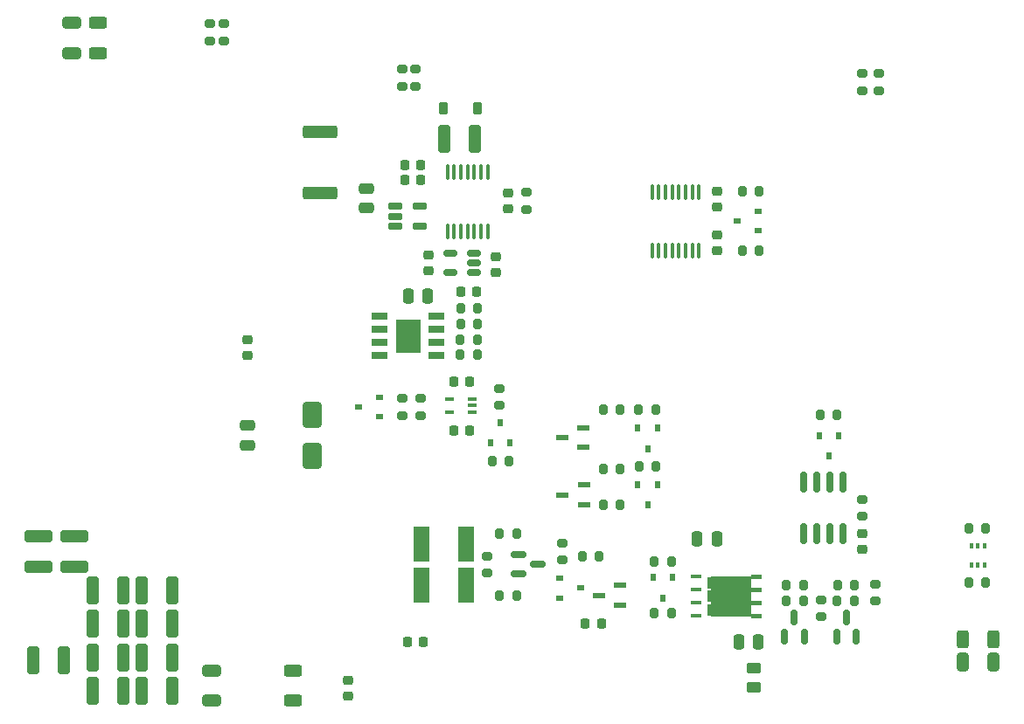
<source format=gbr>
%TF.GenerationSoftware,KiCad,Pcbnew,8.0.5*%
%TF.CreationDate,2024-12-26T16:36:04+00:00*%
%TF.ProjectId,mallow_adapt_v1.2,6d616c6c-6f77-45f6-9164-6170745f7631,rev?*%
%TF.SameCoordinates,Original*%
%TF.FileFunction,Paste,Top*%
%TF.FilePolarity,Positive*%
%FSLAX46Y46*%
G04 Gerber Fmt 4.6, Leading zero omitted, Abs format (unit mm)*
G04 Created by KiCad (PCBNEW 8.0.5) date 2024-12-26 16:36:04*
%MOMM*%
%LPD*%
G01*
G04 APERTURE LIST*
G04 Aperture macros list*
%AMRoundRect*
0 Rectangle with rounded corners*
0 $1 Rounding radius*
0 $2 $3 $4 $5 $6 $7 $8 $9 X,Y pos of 4 corners*
0 Add a 4 corners polygon primitive as box body*
4,1,4,$2,$3,$4,$5,$6,$7,$8,$9,$2,$3,0*
0 Add four circle primitives for the rounded corners*
1,1,$1+$1,$2,$3*
1,1,$1+$1,$4,$5*
1,1,$1+$1,$6,$7*
1,1,$1+$1,$8,$9*
0 Add four rect primitives between the rounded corners*
20,1,$1+$1,$2,$3,$4,$5,0*
20,1,$1+$1,$4,$5,$6,$7,0*
20,1,$1+$1,$6,$7,$8,$9,0*
20,1,$1+$1,$8,$9,$2,$3,0*%
G04 Aperture macros list end*
%ADD10C,0.000000*%
%ADD11RoundRect,0.250000X-0.312500X-0.625000X0.312500X-0.625000X0.312500X0.625000X-0.312500X0.625000X0*%
%ADD12RoundRect,0.250000X-0.325000X-1.100000X0.325000X-1.100000X0.325000X1.100000X-0.325000X1.100000X0*%
%ADD13RoundRect,0.087500X0.337500X0.087500X-0.337500X0.087500X-0.337500X-0.087500X0.337500X-0.087500X0*%
%ADD14RoundRect,0.200000X-0.275000X0.200000X-0.275000X-0.200000X0.275000X-0.200000X0.275000X0.200000X0*%
%ADD15RoundRect,0.200000X0.200000X0.275000X-0.200000X0.275000X-0.200000X-0.275000X0.200000X-0.275000X0*%
%ADD16RoundRect,0.250000X0.325000X1.100000X-0.325000X1.100000X-0.325000X-1.100000X0.325000X-1.100000X0*%
%ADD17RoundRect,0.250000X-0.250000X-0.475000X0.250000X-0.475000X0.250000X0.475000X-0.250000X0.475000X0*%
%ADD18RoundRect,0.225000X0.250000X-0.225000X0.250000X0.225000X-0.250000X0.225000X-0.250000X-0.225000X0*%
%ADD19RoundRect,0.250000X0.450000X-0.262500X0.450000X0.262500X-0.450000X0.262500X-0.450000X-0.262500X0*%
%ADD20RoundRect,0.250000X-0.650000X0.325000X-0.650000X-0.325000X0.650000X-0.325000X0.650000X0.325000X0*%
%ADD21RoundRect,0.200000X0.275000X-0.200000X0.275000X0.200000X-0.275000X0.200000X-0.275000X-0.200000X0*%
%ADD22RoundRect,0.225000X-0.225000X-0.250000X0.225000X-0.250000X0.225000X0.250000X-0.225000X0.250000X0*%
%ADD23RoundRect,0.150000X0.150000X-0.587500X0.150000X0.587500X-0.150000X0.587500X-0.150000X-0.587500X0*%
%ADD24RoundRect,0.150000X-0.587500X-0.150000X0.587500X-0.150000X0.587500X0.150000X-0.587500X0.150000X0*%
%ADD25R,0.800000X0.600000*%
%ADD26R,0.600000X0.800000*%
%ADD27RoundRect,0.250000X-0.625000X0.312500X-0.625000X-0.312500X0.625000X-0.312500X0.625000X0.312500X0*%
%ADD28RoundRect,0.200000X-0.200000X-0.275000X0.200000X-0.275000X0.200000X0.275000X-0.200000X0.275000X0*%
%ADD29RoundRect,0.225000X0.225000X0.250000X-0.225000X0.250000X-0.225000X-0.250000X0.225000X-0.250000X0*%
%ADD30R,0.420000X0.600000*%
%ADD31O,0.420000X0.600000*%
%ADD32RoundRect,0.250000X0.650000X-0.325000X0.650000X0.325000X-0.650000X0.325000X-0.650000X-0.325000X0*%
%ADD33RoundRect,0.250000X1.100000X-0.325000X1.100000X0.325000X-1.100000X0.325000X-1.100000X-0.325000X0*%
%ADD34RoundRect,0.250000X-1.425000X0.362500X-1.425000X-0.362500X1.425000X-0.362500X1.425000X0.362500X0*%
%ADD35RoundRect,0.250000X0.650000X-1.000000X0.650000X1.000000X-0.650000X1.000000X-0.650000X-1.000000X0*%
%ADD36R,1.500000X3.430000*%
%ADD37RoundRect,0.250000X-0.475000X0.250000X-0.475000X-0.250000X0.475000X-0.250000X0.475000X0.250000X0*%
%ADD38R,1.250000X0.600000*%
%ADD39RoundRect,0.250000X0.325000X0.650000X-0.325000X0.650000X-0.325000X-0.650000X0.325000X-0.650000X0*%
%ADD40RoundRect,0.225000X-0.250000X0.225000X-0.250000X-0.225000X0.250000X-0.225000X0.250000X0.225000X0*%
%ADD41R,1.525000X0.700000*%
%ADD42R,2.400000X3.200000*%
%ADD43RoundRect,0.075000X-0.600000X-0.225000X0.600000X-0.225000X0.600000X0.225000X-0.600000X0.225000X0*%
%ADD44RoundRect,0.250000X0.625000X-0.312500X0.625000X0.312500X-0.625000X0.312500X-0.625000X-0.312500X0*%
%ADD45RoundRect,0.150000X-0.150000X0.825000X-0.150000X-0.825000X0.150000X-0.825000X0.150000X0.825000X0*%
%ADD46RoundRect,0.225000X-0.225000X-0.375000X0.225000X-0.375000X0.225000X0.375000X-0.225000X0.375000X0*%
%ADD47RoundRect,0.100000X-0.100000X0.637500X-0.100000X-0.637500X0.100000X-0.637500X0.100000X0.637500X0*%
%ADD48RoundRect,0.150000X0.512500X0.150000X-0.512500X0.150000X-0.512500X-0.150000X0.512500X-0.150000X0*%
%ADD49R,1.016000X0.406400*%
%ADD50R,3.821000X3.908998*%
%ADD51RoundRect,0.250000X0.475000X-0.250000X0.475000X0.250000X-0.475000X0.250000X-0.475000X-0.250000X0*%
G04 APERTURE END LIST*
D10*
%TO.C,Q4*%
G36*
X191840862Y-116096667D02*
G01*
X190762395Y-116096667D01*
X190762395Y-114992800D01*
X191840862Y-114992800D01*
X191840862Y-116096667D01*
G37*
G36*
X191840862Y-117400534D02*
G01*
X190762395Y-117400534D01*
X190762395Y-116296666D01*
X191840862Y-116296666D01*
X191840862Y-117400534D01*
G37*
G36*
X191840862Y-118704400D02*
G01*
X190762395Y-118704400D01*
X190762395Y-117600533D01*
X191840862Y-117600533D01*
X191840862Y-118704400D01*
G37*
G36*
X193119329Y-116096667D02*
G01*
X192040861Y-116096667D01*
X192040861Y-114992800D01*
X193119329Y-114992800D01*
X193119329Y-116096667D01*
G37*
G36*
X193119329Y-117400534D02*
G01*
X192040861Y-117400534D01*
X192040861Y-116296666D01*
X193119329Y-116296666D01*
X193119329Y-117400534D01*
G37*
G36*
X193119329Y-118704400D02*
G01*
X192040861Y-118704400D01*
X192040861Y-117600533D01*
X193119329Y-117600533D01*
X193119329Y-118704400D01*
G37*
G36*
X194397795Y-116096667D02*
G01*
X193319328Y-116096667D01*
X193319328Y-114992800D01*
X194397795Y-114992800D01*
X194397795Y-116096667D01*
G37*
G36*
X194397795Y-117400534D02*
G01*
X193319328Y-117400534D01*
X193319328Y-116296666D01*
X194397795Y-116296666D01*
X194397795Y-117400534D01*
G37*
G36*
X194397795Y-118704400D02*
G01*
X193319328Y-118704400D01*
X193319328Y-117600533D01*
X194397795Y-117600533D01*
X194397795Y-118704400D01*
G37*
G36*
X196009095Y-115146800D02*
G01*
X194993095Y-115146800D01*
X194993095Y-116010400D01*
X196009095Y-116010400D01*
X196009095Y-116416800D01*
X194993095Y-116416800D01*
X194993095Y-117280400D01*
X196009095Y-117280400D01*
X196009095Y-117686800D01*
X194993095Y-117686800D01*
X194993095Y-118550400D01*
X196009095Y-118550400D01*
X196009095Y-118956800D01*
X194993095Y-118956800D01*
X194993095Y-118804400D01*
X191157695Y-118804400D01*
X191157695Y-114892800D01*
X194993095Y-114892800D01*
X194993095Y-114740400D01*
X196009095Y-114740400D01*
X196009095Y-115146800D01*
G37*
%TD*%
D11*
%TO.C,R32*%
X215538595Y-121003600D03*
X218463595Y-121003600D03*
%TD*%
D12*
%TO.C,C47*%
X131276095Y-122753600D03*
X134226095Y-122753600D03*
%TD*%
D13*
%TO.C,U13*%
X168001095Y-99003600D03*
X168001095Y-98353600D03*
X168001095Y-97703600D03*
X165801095Y-97703600D03*
X165801095Y-99003600D03*
%TD*%
D14*
%TO.C,R64*%
X173251095Y-77678600D03*
X173251095Y-79328600D03*
%TD*%
D15*
%TO.C,R35*%
X182326095Y-104503600D03*
X180676095Y-104503600D03*
%TD*%
D16*
%TO.C,C41*%
X128476095Y-123003600D03*
X125526095Y-123003600D03*
%TD*%
D17*
%TO.C,C9*%
X161801095Y-87753600D03*
X163701095Y-87753600D03*
%TD*%
D18*
%TO.C,C70*%
X171501095Y-79278600D03*
X171501095Y-77728600D03*
%TD*%
D19*
%TO.C,R16*%
X195251095Y-125666100D03*
X195251095Y-123841100D03*
%TD*%
D20*
%TO.C,C52*%
X129251095Y-61278600D03*
X129251095Y-64228600D03*
%TD*%
D18*
%TO.C,C28*%
X170255902Y-85446818D03*
X170255902Y-83896818D03*
%TD*%
D21*
%TO.C,R67*%
X170676076Y-98329051D03*
X170676076Y-96679051D03*
%TD*%
D22*
%TO.C,C69*%
X166226095Y-96003600D03*
X167776095Y-96003600D03*
%TD*%
D23*
%TO.C,D5*%
X198251095Y-120753600D03*
X200151095Y-120753600D03*
X199201095Y-118878600D03*
%TD*%
D24*
%TO.C,D3*%
X172476095Y-112803600D03*
X172476095Y-114703600D03*
X174351095Y-113753600D03*
%TD*%
D15*
%TO.C,R47*%
X200076095Y-115753600D03*
X198426095Y-115753600D03*
%TD*%
D25*
%TO.C,Q17*%
X159021095Y-99453600D03*
X159021095Y-97553600D03*
X157001095Y-98503600D03*
%TD*%
D15*
%TO.C,R39*%
X172326095Y-110753600D03*
X170676095Y-110753600D03*
%TD*%
D21*
%TO.C,R4*%
X207351095Y-67828600D03*
X207351095Y-66178600D03*
%TD*%
D26*
%TO.C,Q18*%
X169751095Y-102003600D03*
X171651095Y-102003600D03*
X170701095Y-99983600D03*
%TD*%
%TO.C,Q1*%
X185951095Y-100493600D03*
X184051095Y-100493600D03*
X185001095Y-102513600D03*
%TD*%
D27*
%TO.C,R31*%
X150656095Y-124041100D03*
X150656095Y-126966100D03*
%TD*%
D21*
%TO.C,R60*%
X142628916Y-62995834D03*
X142628916Y-61345834D03*
%TD*%
%TO.C,R26*%
X161251095Y-67403600D03*
X161251095Y-65753600D03*
%TD*%
D28*
%TO.C,R10*%
X185637095Y-113503600D03*
X187287095Y-113503600D03*
%TD*%
D23*
%TO.C,D4*%
X203301095Y-120770959D03*
X205201095Y-120770959D03*
X204251095Y-118895959D03*
%TD*%
D15*
%TO.C,R14*%
X187287095Y-118503600D03*
X185637095Y-118503600D03*
%TD*%
D29*
%TO.C,C25*%
X163051095Y-76503600D03*
X161501095Y-76503600D03*
%TD*%
D30*
%TO.C,U1*%
X216326095Y-113853600D03*
D31*
X216976094Y-113853600D03*
X217626093Y-113853600D03*
X217626093Y-111953598D03*
X216976094Y-111953598D03*
X216326095Y-111953598D03*
%TD*%
D28*
%TO.C,R34*%
X194151095Y-83353600D03*
X195801095Y-83353600D03*
%TD*%
D18*
%TO.C,C37*%
X163751095Y-85278600D03*
X163751095Y-83728600D03*
%TD*%
D32*
%TO.C,C53*%
X142751095Y-126978600D03*
X142751095Y-124028600D03*
%TD*%
D12*
%TO.C,C34*%
X136026095Y-116253600D03*
X138976095Y-116253600D03*
%TD*%
D33*
%TO.C,C32*%
X129501095Y-113978600D03*
X129501095Y-111028600D03*
%TD*%
D15*
%TO.C,R5*%
X185751095Y-98753600D03*
X184101095Y-98753600D03*
%TD*%
%TO.C,R7*%
X168501095Y-91943600D03*
X166851095Y-91943600D03*
%TD*%
D29*
%TO.C,C23*%
X163051095Y-75003600D03*
X161501095Y-75003600D03*
%TD*%
%TO.C,C5*%
X168476095Y-87293600D03*
X166926095Y-87293600D03*
%TD*%
D34*
%TO.C,R28*%
X153251095Y-71791100D03*
X153251095Y-77716100D03*
%TD*%
D26*
%TO.C,Q9*%
X185951095Y-105993600D03*
X184051095Y-105993600D03*
X185001095Y-108013600D03*
%TD*%
%TO.C,Q16*%
X203501095Y-101253600D03*
X201601095Y-101253600D03*
X202551095Y-103273600D03*
%TD*%
D28*
%TO.C,R45*%
X170676095Y-116753600D03*
X172326095Y-116753600D03*
%TD*%
%TO.C,R12*%
X180676095Y-98753600D03*
X182326095Y-98753600D03*
%TD*%
D35*
%TO.C,D1*%
X152501095Y-103253600D03*
X152501095Y-99253600D03*
%TD*%
D15*
%TO.C,R40*%
X182326095Y-108003600D03*
X180676095Y-108003600D03*
%TD*%
D14*
%TO.C,R65*%
X163001095Y-97678600D03*
X163001095Y-99328600D03*
%TD*%
D36*
%TO.C,F1*%
X167376095Y-111753600D03*
X163076095Y-111753600D03*
%TD*%
D16*
%TO.C,C66*%
X168226095Y-72503600D03*
X165276095Y-72503600D03*
%TD*%
D25*
%TO.C,Q2*%
X176501095Y-115103600D03*
X176501095Y-117003600D03*
X178521095Y-116053600D03*
%TD*%
D37*
%TO.C,C14*%
X146251095Y-100303600D03*
X146251095Y-102203600D03*
%TD*%
D15*
%TO.C,R33*%
X185826095Y-104253600D03*
X184176095Y-104253600D03*
%TD*%
%TO.C,R42*%
X205004410Y-117262269D03*
X203354410Y-117262269D03*
%TD*%
D14*
%TO.C,R41*%
X169484193Y-112947257D03*
X169484193Y-114597257D03*
%TD*%
D38*
%TO.C,Q6*%
X182351095Y-117708600D03*
X182351095Y-115798600D03*
X180251095Y-116753600D03*
%TD*%
D26*
%TO.C,Q3*%
X187412095Y-115007263D03*
X185512095Y-115007263D03*
X186462095Y-117027263D03*
%TD*%
D39*
%TO.C,C54*%
X218476095Y-123253600D03*
X215526095Y-123253600D03*
%TD*%
D21*
%TO.C,R66*%
X161251095Y-99328600D03*
X161251095Y-97678600D03*
%TD*%
D12*
%TO.C,C43*%
X136026095Y-126003600D03*
X138976095Y-126003600D03*
%TD*%
D40*
%TO.C,C63*%
X205751095Y-110728600D03*
X205751095Y-112278600D03*
%TD*%
D38*
%TO.C,Q11*%
X178851095Y-107958600D03*
X178851095Y-106048600D03*
X176751095Y-107003600D03*
%TD*%
D22*
%TO.C,C10*%
X178951095Y-119503600D03*
X180501095Y-119503600D03*
%TD*%
D40*
%TO.C,C13*%
X146251095Y-91978600D03*
X146251095Y-93528600D03*
%TD*%
D12*
%TO.C,C38*%
X131276095Y-119503600D03*
X134226095Y-119503600D03*
%TD*%
D17*
%TO.C,C7*%
X193801095Y-121253600D03*
X195701095Y-121253600D03*
%TD*%
D21*
%TO.C,R36*%
X207001095Y-117328600D03*
X207001095Y-115678600D03*
%TD*%
D14*
%TO.C,R58*%
X144001095Y-61353600D03*
X144001095Y-63003600D03*
%TD*%
D40*
%TO.C,C55*%
X191726095Y-77578600D03*
X191726095Y-79128600D03*
%TD*%
D18*
%TO.C,C58*%
X191726095Y-83378600D03*
X191726095Y-81828600D03*
%TD*%
D14*
%TO.C,R61*%
X205751095Y-107428600D03*
X205751095Y-109078600D03*
%TD*%
D15*
%TO.C,R11*%
X168526095Y-90443600D03*
X166876095Y-90443600D03*
%TD*%
D21*
%TO.C,R27*%
X162501095Y-67403600D03*
X162501095Y-65753600D03*
%TD*%
D14*
%TO.C,R37*%
X201751095Y-117178600D03*
X201751095Y-118828600D03*
%TD*%
D41*
%TO.C,IC1*%
X164501095Y-93503600D03*
X164501095Y-92233600D03*
X164501095Y-90963600D03*
X164501095Y-89693600D03*
X159077095Y-89693600D03*
X159077095Y-90963600D03*
X159077095Y-92233600D03*
X159077095Y-93503600D03*
D42*
X161789095Y-91598600D03*
%TD*%
D43*
%TO.C,U2*%
X160566095Y-79053600D03*
X160566095Y-80003600D03*
X160566095Y-80953600D03*
X162936095Y-80953600D03*
X162936095Y-79053600D03*
%TD*%
D22*
%TO.C,C68*%
X166201095Y-100753600D03*
X167751095Y-100753600D03*
%TD*%
D15*
%TO.C,R43*%
X200076095Y-117253600D03*
X198426095Y-117253600D03*
%TD*%
D22*
%TO.C,C8*%
X161751095Y-121253600D03*
X163301095Y-121253600D03*
%TD*%
D15*
%TO.C,R38*%
X195801095Y-77603600D03*
X194151095Y-77603600D03*
%TD*%
D28*
%TO.C,R46*%
X203363503Y-115752859D03*
X205013503Y-115752859D03*
%TD*%
D17*
%TO.C,C6*%
X189801095Y-111253600D03*
X191701095Y-111253600D03*
%TD*%
D44*
%TO.C,R30*%
X131751095Y-64178600D03*
X131751095Y-61253600D03*
%TD*%
D33*
%TO.C,C39*%
X126001095Y-113953600D03*
X126001095Y-111003600D03*
%TD*%
D38*
%TO.C,Q5*%
X178801095Y-102413600D03*
X178801095Y-100503600D03*
X176701095Y-101458600D03*
%TD*%
D45*
%TO.C,U9*%
X203906095Y-105778600D03*
X202636095Y-105778600D03*
X201366095Y-105778600D03*
X200096095Y-105778600D03*
X200096095Y-110728600D03*
X201366095Y-110728600D03*
X202636095Y-110728600D03*
X203906095Y-110728600D03*
%TD*%
D46*
%TO.C,D8*%
X165251095Y-69503600D03*
X168551095Y-69503600D03*
%TD*%
D47*
%TO.C,U5*%
X189976095Y-77628600D03*
X189326095Y-77628600D03*
X188676095Y-77628600D03*
X188026095Y-77628600D03*
X187376095Y-77628600D03*
X186726095Y-77628600D03*
X186076095Y-77628600D03*
X185426095Y-77628600D03*
X185426095Y-83353600D03*
X186076095Y-83353600D03*
X186726095Y-83353600D03*
X187376095Y-83353600D03*
X188026095Y-83353600D03*
X188676095Y-83353600D03*
X189326095Y-83353600D03*
X189976095Y-83353600D03*
%TD*%
D15*
%TO.C,R6*%
X168501095Y-93443600D03*
X166851095Y-93443600D03*
%TD*%
D36*
%TO.C,F2*%
X167376095Y-115753600D03*
X163076095Y-115753600D03*
%TD*%
D47*
%TO.C,U12*%
X169501095Y-75753600D03*
X168851095Y-75753600D03*
X168201095Y-75753600D03*
X167551095Y-75753600D03*
X166901095Y-75753600D03*
X166251095Y-75753600D03*
X165601095Y-75753600D03*
X165601095Y-81478600D03*
X166251095Y-81478600D03*
X166901095Y-81478600D03*
X167551095Y-81478600D03*
X168201095Y-81478600D03*
X168851095Y-81478600D03*
X169501095Y-81478600D03*
%TD*%
D25*
%TO.C,Q10*%
X195683119Y-81411557D03*
X195683119Y-79511557D03*
X193663119Y-80461557D03*
%TD*%
D28*
%TO.C,R69*%
X169926095Y-103753600D03*
X171576095Y-103753600D03*
%TD*%
D21*
%TO.C,R3*%
X205801095Y-67828600D03*
X205801095Y-66178600D03*
%TD*%
D15*
%TO.C,R8*%
X168526095Y-88893600D03*
X166876095Y-88893600D03*
%TD*%
D48*
%TO.C,U3*%
X168138595Y-85453600D03*
X168138595Y-84503600D03*
X168138595Y-83553600D03*
X165863595Y-83553600D03*
X165863595Y-85453600D03*
%TD*%
D15*
%TO.C,R13*%
X180326095Y-113003600D03*
X178676095Y-113003600D03*
%TD*%
D49*
%TO.C,Q4*%
X189659095Y-114943600D03*
X189659095Y-116213600D03*
X189659095Y-117483600D03*
X189659095Y-118753600D03*
X195501095Y-118753600D03*
X195501095Y-117483600D03*
X195501095Y-116213600D03*
D50*
X193082595Y-116849901D03*
D49*
X195501095Y-114943600D03*
%TD*%
D51*
%TO.C,C21*%
X157751095Y-79203600D03*
X157751095Y-77303600D03*
%TD*%
D21*
%TO.C,R9*%
X176751095Y-113328600D03*
X176751095Y-111678600D03*
%TD*%
D12*
%TO.C,C31*%
X131276095Y-116253600D03*
X134226095Y-116253600D03*
%TD*%
%TO.C,C42*%
X131276095Y-126003600D03*
X134226095Y-126003600D03*
%TD*%
D15*
%TO.C,R21*%
X217751095Y-115503600D03*
X216101095Y-115503600D03*
%TD*%
%TO.C,R59*%
X203326095Y-99253600D03*
X201676095Y-99253600D03*
%TD*%
D40*
%TO.C,C60*%
X156001095Y-125003600D03*
X156001095Y-126553600D03*
%TD*%
D15*
%TO.C,R23*%
X217751095Y-110253600D03*
X216101095Y-110253600D03*
%TD*%
D12*
%TO.C,C36*%
X136026095Y-122753600D03*
X138976095Y-122753600D03*
%TD*%
%TO.C,C35*%
X136026095Y-119503600D03*
X138976095Y-119503600D03*
%TD*%
M02*

</source>
